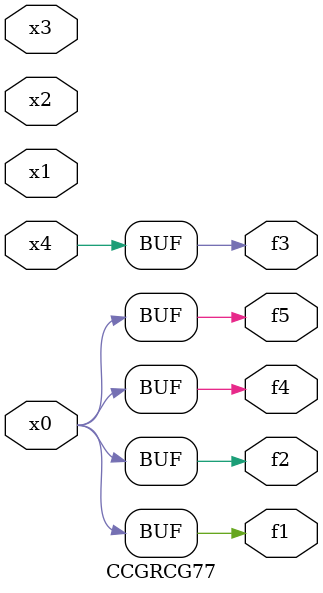
<source format=v>
module CCGRCG77(
	input x0, x1, x2, x3, x4,
	output f1, f2, f3, f4, f5
);
	assign f1 = x0;
	assign f2 = x0;
	assign f3 = x4;
	assign f4 = x0;
	assign f5 = x0;
endmodule

</source>
